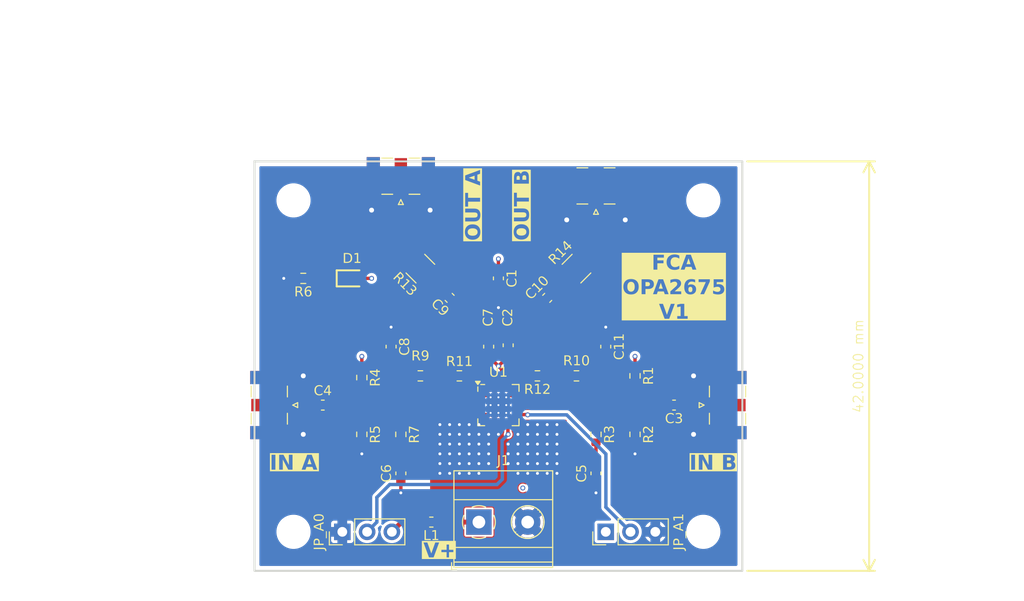
<source format=kicad_pcb>
(kicad_pcb (version 20240108) (generator "pcbnew") (generator_version "8.0")
  (layers (0 "F.Cu" signal) (1 "In1.Cu" signal) (2 "In2.Cu" signal) (31 "B.Cu" signal) (34 "B.Paste" user) (35 "F.Paste" user) (36 "B.SilkS" user "B.Silkscreen") (37 "F.SilkS" user "F.Silkscreen") (38 "B.Mask" user) (39 "F.Mask" user) (44 "Edge.Cuts" user))
  (net 0 "")
  (net 1 "Net-(U1-INA+)")
  (net 2 "GND")
  (net 3 "Net-(J3-In)")
  (net 4 "Net-(U1-OUTA)")
  (net 5 "Net-(U1-OUTB)")
  (net 6 "VCC")
  (net 7 "Net-(C9-Pad2)")
  (net 8 "Net-(C10-Pad2)")
  (net 9 "Net-(U1-INB+)")
  (net 10 "Net-(U1-INA-)")
  (net 11 "Net-(U1-INB-)")
  (net 12 "Net-(J4-In)")
  (net 13 "Net-(JP_A0-C)")
  (net 14 "Net-(C5-Pad2)")
  (net 15 "Net-(C6-Pad2)")
  (net 16 "Net-(J2-In)")
  (net 17 "Net-(J5-In)")
  (net 18 "Net-(JP_A1-C)")
  (net 19 "Net-(J1-Pin_1)")
  (net 20 "Net-(D1-K)")
  (net 21 "Net-(C8-Pad2)")
  (net 22 "Net-(C11-Pad2)")
  (footprint "Capacitor_SMD:C_0603_1608Metric" (layer "F.Cu") (at 130 64 45)
    (property "Reference" "C10" (at 0 -1.43 45) (layer "F.SilkS"))
    (property "Value" "1uF")
    (fp_line (start -0.140581 -0.51) (end 0.140581 -0.51) (stroke (width 0.12)) (layer "F.SilkS"))
    (fp_line (start -0.140581 0.51) (end 0.140581 0.51) (stroke (width 0.12)) (layer "F.SilkS"))
    (pad "1" smd roundrect (at -0.775 0 45) (size 0.9 0.95) (layers "F.Cu" "F.Paste" "F.Mask") (net 5 "Net-(U1-OUTB)"))
    (pad "2" smd roundrect (at 0.775 0 45) (size 0.9 0.95) (layers "F.Cu" "F.Paste" "F.Mask") (net 8 "Net-(C10-Pad2)"))
  )
  (footprint "Resistor_SMD:R_0603_1608Metric" (layer "F.Cu") (at 121 72)
    (property "Reference" "R11" (at 0 -1.43 0) (layer "F.SilkS"))
    (property "Value" "390Ω")
    (fp_line (start -0.237258 -0.5225) (end 0.237258 -0.5225) (stroke (width 0.12)) (layer "F.SilkS"))
    (fp_line (start -0.237258 0.5225) (end 0.237258 0.5225) (stroke (width 0.12)) (layer "F.SilkS"))
    (pad "1" smd roundrect (at -0.825 0) (size 0.8 0.95) (layers "F.Cu" "F.Paste" "F.Mask") (net 10 "Net-(U1-INA-)"))
    (pad "2" smd roundrect (at 0.825 0) (size 0.8 0.95) (layers "F.Cu" "F.Paste" "F.Mask") (net 4 "Net-(U1-OUTA)"))
  )
  (footprint "Capacitor_SMD:C_0603_1608Metric" (layer "F.Cu") (at 120 64 135)
    (property "Reference" "C9" (at 0 -1.43 -45) (layer "F.SilkS"))
    (property "Value" "1uF")
    (fp_line (start -0.140581 -0.51) (end 0.140581 -0.51) (stroke (width 0.12)) (layer "F.SilkS"))
    (fp_line (start -0.140581 0.51) (end 0.140581 0.51) (stroke (width 0.12)) (layer "F.SilkS"))
    (pad "1" smd roundrect (at -0.775 0 135) (size 0.9 0.95) (layers "F.Cu" "F.Paste" "F.Mask") (net 4 "Net-(U1-OUTA)"))
    (pad "2" smd roundrect (at 0.775 0 135) (size 0.9 0.95) (layers "F.Cu" "F.Paste" "F.Mask") (net 7 "Net-(C9-Pad2)"))
  )
  (footprint "Connector_Coaxial:SMA_Samtec_SMA-J-P-X-ST-EM1_EdgeMount" (layer "F.Cu") (at 148.3375 75 90)
    (property "Reference" "J2" (hide yes))
    (property "Value" "IN_B")
    (fp_line (start 0.25 -2.76) (end -0.25 -2.76) (stroke (width 0.12)) (layer "F.SilkS"))
    (fp_line (start -0.25 -2.76) (end 0 -2.26) (stroke (width 0.12)) (layer "F.SilkS"))
    (fp_line (start 0 -2.26) (end 0.25 -2.76) (stroke (width 0.12)) (layer "F.SilkS"))
    (fp_line (start 0.84 -1.71) (end 1.95 -1.71) (stroke (width 0.12)) (layer "F.SilkS"))
    (fp_line (start -1.95 -1.71) (end -0.84 -1.71) (stroke (width 0.12)) (layer "F.SilkS"))
    (fp_line (start 0.84 2) (end 1.95 2) (stroke (width 0.12)) (layer "F.SilkS"))
    (fp_line (start -1.95 2) (end -0.84 2) (stroke (width 0.12)) (layer "F.SilkS"))
    (pad "1" smd rect (at 0 0.199999 90) (size 1.27 3.6) (layers "F.Cu" "F.Paste" "F.Mask") (net 16 "Net-(J2-In)"))
    (pad "2" smd rect (at -2.825 0 90) (size 1.35 4.2) (layers "F.Cu" "F.Paste" "F.Mask") (net 2 "GND"))
    (pad "2" smd rect (at -2.825 0 90) (size 1.35 4.2) (layers "B.Cu" "B.Paste" "B.Mask") (net 2 "GND"))
    (pad "2" smd rect (at 2.825 0 90) (size 1.35 4.2) (layers "F.Cu" "F.Paste" "F.Mask") (net 2 "GND"))
    (pad "2" smd rect (at 2.825 0 90) (size 1.35 4.2) (layers "B.Cu" "B.Paste" "B.Mask") (net 2 "GND"))
  )
  (footprint "MountingHole:MountingHole_3.2mm_M3_ISO7380" (layer "F.Cu") (at 146 88)
    (property "Reference" "H2")
    (property "Value" "MH")
    (pad "" np_thru_hole circle (at 0 0) (size 3.2 3.2) (drill 3.2) (layers "*.Cu" "*.Mask"))
  )
  (footprint "MountingHole:MountingHole_3.2mm_M3_ISO7380" (layer "F.Cu") (at 104 54)
    (property "Reference" "H1")
    (property "Value" "MH")
    (pad "" np_thru_hole circle (at 0 0) (size 3.2 3.2) (drill 3.2) (layers "*.Cu" "*.Mask"))
  )
  (footprint "Resistor_SMD:R_0603_1608Metric" (layer "F.Cu") (at 135 78 -90)
    (property "Reference" "R3" (at 0 -1.43 90) (layer "F.SilkS"))
    (property "Value" "50Ω")
    (fp_line (start -0.237258 0.5225) (end 0.237258 0.5225) (stroke (width 0.12)) (layer "F.SilkS"))
    (fp_line (start -0.237258 -0.5225) (end 0.237258 -0.5225) (stroke (width 0.12)) (layer "F.SilkS"))
    (pad "1" smd roundrect (at -0.825 0 270) (size 0.8 0.95) (layers "F.Cu" "F.Paste" "F.Mask") (net 9 "Net-(U1-INB+)"))
    (pad "2" smd roundrect (at 0.825 0 270) (size 0.8 0.95) (layers "F.Cu" "F.Paste" "F.Mask") (net 14 "Net-(C5-Pad2)"))
  )
  (footprint "Connector_PinHeader_2.54mm:PinHeader_1x03_P2.54mm_Vertical" (layer "F.Cu") (at 136 88 90)
    (property "Reference" "JP_A1" (at 0 7.525 90) (layer "F.SilkS"))
    (property "Value" "A1")
    (fp_line (start -1.33 -1.33) (end 0 -1.33) (stroke (width 0.12)) (layer "F.SilkS"))
    (fp_line (start -1.33 0) (end -1.33 -1.33) (stroke (width 0.12)) (layer "F.SilkS"))
    (fp_line (start 1.33 1.270001) (end 1.33 6.409999) (stroke (width 0.12)) (layer "F.SilkS"))
    (fp_line (start -1.33 1.270001) (end 1.33 1.270001) (stroke (width 0.12)) (layer "F.SilkS"))
    (fp_line (start -1.33 1.270001) (end -1.33 6.409999) (stroke (width 0.12)) (layer "F.SilkS"))
    (fp_line (start -1.33 6.409999) (end 1.33 6.409999) (stroke (width 0.12)) (layer "F.SilkS"))
    (pad "1" thru_hole rect (at 0 0 90) (size 1.7 1.7) (drill 1) (layers "*.Cu" "*.Mask") (net 6 "VCC"))
    (pad "2" thru_hole oval (at 0 2.54 90) (size 1.7 1.7) (drill 1) (layers "*.Cu" "*.Mask") (net 18 "Net-(JP_A1-C)"))
    (pad "3" thru_hole oval (at 0 5.079999 90) (size 1.7 1.7) (drill 1) (layers "*.Cu" "*.Mask") (net 2 "GND"))
  )
  (footprint "Resistor_SMD:R_0603_1608Metric_Pad0.98x0.95mm_HandSolder" (layer "F.Cu") (at 105 62 180)
    (property "Reference" "R6" (at 0 -1.43 180) (layer "F.SilkS"))
    (property "Value" "1k2")
    (fp_line (start -0.254724 0.5225) (end 0.254724 0.5225) (stroke (width 0.12)) (layer "F.SilkS"))
    (fp_line (start -0.254724 -0.5225) (end 0.254724 -0.5225) (stroke (width 0.12)) (layer "F.SilkS"))
    (pad "1" smd roundrect (at -0.9125 0 180) (size 0.975 0.95) (layers "F.Cu" "F.Paste" "F.Mask") (net 20 "Net-(D1-K)"))
    (pad "2" smd roundrect (at 0.9125 0 180) (size 0.975 0.95) (layers "F.Cu" "F.Paste" "F.Mask") (net 2 "GND"))
  )
  (footprint "Resistor_SMD:R_0603_1608Metric" (layer "F.Cu") (at 117 72)
    (property "Reference" "R9" (at 0 -2.000001 0) (layer "F.SilkS"))
    (property "Value" "120Ω")
    (fp_line (start -0.237258 -0.5225) (end 0.237258 -0.5225) (stroke (width 0.12)) (layer "F.SilkS"))
    (fp_line (start -0.237258 0.5225) (end 0.237258 0.5225) (stroke (width 0.12)) (layer "F.SilkS"))
    (pad "1" smd roundrect (at -0.825 0) (size 0.8 0.95) (layers "F.Cu" "F.Paste" "F.Mask") (net 21 "Net-(C8-Pad2)"))
    (pad "2" smd roundrect (at 0.825 0) (size 0.8 0.95) (layers "F.Cu" "F.Paste" "F.Mask") (net 10 "Net-(U1-INA-)"))
  )
  (footprint "Capacitor_SMD:C_0603_1608Metric_Pad1.08x0.95mm_HandSolder" (layer "F.Cu") (at 126 68.862501 90)
    (property "Reference" "C2" (at 2.862501 0 -90) (layer "F.SilkS"))
    (property "Value" "1uF")
    (fp_line (start -0.146267 -0.51) (end 0.146267 -0.51) (stroke (width 0.12)) (layer "F.SilkS"))
    (fp_line (start -0.146267 0.51) (end 0.146267 0.51) (stroke (width 0.12)) (layer "F.SilkS"))
    (pad "1" smd roundrect (at -0.862501 0 90) (size 1.075 0.95) (layers "F.Cu" "F.Paste" "F.Mask") (net 6 "VCC"))
    (pad "2" smd roundrect (at 0.862501 0 90) (size 1.075 0.95) (layers "F.Cu" "F.Paste" "F.Mask") (net 2 "GND"))
  )
  (footprint "Capacitor_SMD:C_0603_1608Metric" (layer "F.Cu") (at 136 69 -90)
    (property "Reference" "C11" (at 0 -1.43 90) (layer "F.SilkS"))
    (property "Value" "1uF")
    (fp_line (start -0.140581 0.51) (end 0.140581 0.51) (stroke (width 0.12)) (layer "F.SilkS"))
    (fp_line (start -0.140581 -0.51) (end 0.140581 -0.51) (stroke (width 0.12)) (layer "F.SilkS"))
    (pad "1" smd roundrect (at -0.775 0 270) (size 0.9 0.95) (layers "F.Cu" "F.Paste" "F.Mask") (net 2 "GND"))
    (pad "2" smd roundrect (at 0.775 0 270) (size 0.9 0.95) (layers "F.Cu" "F.Paste" "F.Mask") (net 22 "Net-(C11-Pad2)"))
  )
  (footprint "Resistor_SMD:R_0603_1608Metric" (layer "F.Cu") (at 115 78 -90)
    (property "Reference" "R7" (at 0 -1.43 90) (layer "F.SilkS"))
    (property "Value" "50Ω")
    (fp_line (start -0.237258 0.5225) (end 0.237258 0.5225) (stroke (width 0.12)) (layer "F.SilkS"))
    (fp_line (start -0.237258 -0.5225) (end 0.237258 -0.5225) (stroke (width 0.12)) (layer "F.SilkS"))
    (pad "1" smd roundrect (at -0.825 0 270) (size 0.8 0.95) (layers "F.Cu" "F.Paste" "F.Mask") (net 1 "Net-(U1-INA+)"))
    (pad "2" smd roundrect (at 0.825 0 270) (size 0.8 0.95) (layers "F.Cu" "F.Paste" "F.Mask") (net 15 "Net-(C6-Pad2)"))
  )
  (footprint "Package_DFN_QFN:Texas_RGV0016A_VQFN-16-1EP_4x4mm_P0.65mm_EP2.1x2.1mm_ThermalVias" (layer "F.Cu") (at 125 75)
    (property "Reference" "U1" (at 0 -3.330001 0) (layer "F.SilkS"))
    (property "Value" "OPA2675")
    (fp_line (start -2.11 -1.41) (end -2.11 -1.87) (stroke (width 0.12)) (layer "F.SilkS"))
    (fp_line (start -2.11 2.11) (end -2.11 1.41) (stroke (width 0.12)) (layer "F.SilkS"))
    (fp_line (start -1.41 -2.11) (end -1.81 -2.11) (stroke (width 0.12)) (layer "F.SilkS"))
    (fp_line (start -1.41 2.11) (end -2.11 2.11) (stroke (width 0.12)) (layer "F.SilkS"))
    (fp_line (start 1.41 -2.11) (end 2.11 -2.11) (stroke (width 0.12)) (layer "F.SilkS"))
    (fp_line (start 1.41 2.11) (end 2.11 2.11) (stroke (width 0.12)) (layer "F.SilkS"))
    (fp_line (start 2.11 -2.11) (end 2.11 -1.41) (stroke (width 0.12)) (layer "F.SilkS"))
    (fp_line (start 2.11 2.11) (end 2.11 1.41) (stroke (width 0.12)) (layer "F.SilkS"))
    (fp_poly (pts (xy -2.11 -2.11) (xy -2.349999 -2.44) (xy -1.87 -2.44) (xy -2.11 -2.11)) (stroke (width 0.12)) (fill solid) (layer "F.SilkS"))
    (pad "1" smd roundrect (at -1.862499 -0.975) (size 1.025 0.35) (layers "F.Cu" "F.Paste" "F.Mask") (net 2 "GND"))
    (pad "2" smd roundrect (at -1.8625 -0.325) (size 1.025 0.35) (layers "F.Cu" "F.Paste" "F.Mask") (net 10 "Net-(U1-INA-)"))
    (pad "3" smd roundrect (at -1.8625 0.325) (size 1.025 0.35) (layers "F.Cu" "F.Paste" "F.Mask") (net 1 "Net-(U1-INA+)"))
    (pad "4" smd roundrect (at -1.862499 0.975) (size 1.025 0.35) (layers "F.Cu" "F.Paste" "F.Mask") (net 2 "GND"))
    (pad "5" smd roundrect (at -0.975 1.862499) (size 0.35 1.025) (layers "F.Cu" "F.Paste" "F.Mask") (net 2 "GND"))
    (pad "6" smd roundrect (at -0.325 1.8625) (size 0.35 1.025) (layers "F.Cu" "F.Paste" "F.Mask") (net 2 "GND"))
    (pad "7" smd roundrect (at 0.325 1.8625) (size 0.35 1.025) (layers "F.Cu" "F.Paste" "F.Mask") (net 2 "GND"))
    (pad "8" smd roundrect (at 0.975 1.862499) (size 0.35 1.025) (layers "F.Cu" "F.Paste" "F.Mask") (net 13 "Net-(JP_A0-C)"))
    (pad "9" smd roundrect (at 1.862499 0.975) (size 1.025 0.35) (layers "F.Cu" "F.Paste" "F.Mask") (net 18 "Net-(JP_A1-C)"))
    (pad "10" smd roundrect (at 1.8625 0.325) (size 1.025 0.35) (layers "F.Cu" "F.Paste" "F.Mask") (net 9 "Net-(U1-INB+)"))
    (pad "11" smd roundrect (at 1.8625 -0.325) (size 1.025 0.35) (layers "F.Cu" "F.Paste" "F.Mask") (net 11 "Net-(U1-INB-)"))
    (pad "12" smd roundrect (at 1.862499 -0.975) (size 1.025 0.35) (layers "F.Cu" "F.Paste" "F.Mask") (net 2 "GND"))
    (pad "13" smd roundrect (at 0.975 -1.862499) (size 0.35 1.025) (layers "F.Cu" "F.Paste" "F.Mask") (net 5 "Net-(U1-OUTB)"))
    (pad "14" smd roundrect (at 0.325 -1.8625) (size 0.35 1.025) (layers "F.Cu" "F.Paste" "F.Mask") (net 6 "VCC"))
    (pad "15" smd roundrect (at -0.325 -1.8625) (size 0.35 1.025) (layers "F.Cu" "F.Paste" "F.Mask") (net 2 "GND"))
    (pad "16" smd roundrect (at -0.975 -1.862499) (size 0.35 1.025) (layers "F.Cu" "F.Paste" "F.Mask") (net 4 "Net-(U1-OUTA)"))
    (pad "17" thru_hole circle (at -0.8 -0.8) (size 0.5 0.5) (drill 0.2) (property pad_prop_heatsink) (layers "*.Cu") (net 2 "GND"))
    (pad "17" thru_hole circle (at -0.8 0.8) (size 0.5 0.5) (drill 0.2) (property pad_prop_heatsink) (layers "*.Cu") (net 2 "GND"))
    (pad "17" thru_hole circle (at -0.799999 0) (size 0.5 0.5) (drill 0.2) (property pad_prop_heatsink) (layers "*.Cu") (net 2 "GND"))
    (pad "17" thru_hole circle (at 0 -0.799999) (size 0.5 0.5) (drill 0.2) (property pad_prop_heatsink) (layers "*.Cu") (net 2 "GND"))
    (pad "17" thru_hole circle (at 0 0) (size 0.5 0.5) (drill 0.2) (property pad_prop_heatsink) (layers "*.Cu") (net 2 "GND"))
    (pad "17" smd rect (at 0 0) (size 2.1 2.1) (property pad_prop_heatsink) (layers "F.Cu" "F.Mask") (net 2 "GND"))
    (pad "17" smd rect (at 0 0) (size 2.1 2.1) (property pad_prop_heatsink) (layers "B.Cu") (net 2 "GND"))
    (pad "17" thru_hole circle (at 0 0.799999) (size 0.5 0.5) (drill 0.2) (property pad_prop_heatsink) (layers "*.Cu") (net 2 "GND"))
    (pad "17" thru_hole circle (at 0.799999 0) (size 0.5 0.5) (drill 0.2) (property pad_prop_heatsink) (layers "*.Cu") (net 2 "GND"))
    (pad "17" thru_hole circle (at 0.8 -0.8) (size 0.5 0.5) (drill 0.2) (property pad_prop_heatsink) (layers "*.Cu") (net 2 "GND"))
    (pad "17" thru_hole circle (at 0.8 0.8) (size 0.5 0.5) (drill 0.2) (property pad_prop_heatsink) (layers "*.Cu") (net 2 "GND"))
  )
  (footprint "Connector_PinHeader_2.54mm:PinHeader_1x03_P2.54mm_Vertical" (layer "F.Cu") (at 109 88 90)
    (property "Reference" "JP_A0" (at 0 -2.33 -90) (layer "F.SilkS"))
    (property "Value" "A0")
    (fp_line (start -1.33 -1.33) (end 0 -1.33) (stroke (width 0.12)) (layer "F.SilkS"))
    (fp_line (start -1.33 0) (end -1.33 -1.33) (stroke (width 0.12)) (layer "F.SilkS"))
    (fp_line (start 1.33 1.270001) (end 1.33 6.409999) (stroke (width 0.12)) (layer "F.SilkS"))
    (fp_line (start -1.33 1.270001) (end 1.33 1.270001) (stroke (width 0.12)) (layer "F.SilkS"))
    (fp_line (start -1.33 1.270001) (end -1.33 6.409999) (stroke (width 0.12)) (layer "F.SilkS"))
    (fp_line (start -1.33 6.409999) (end 1.33 6.409999) (stroke (width 0.12)) (layer "F.SilkS"))
    (pad "1" thru_hole rect (at 0 0 90) (size 1.7 1.7) (drill 1) (layers "*.Cu" "*.Mask") (net 2 "GND"))
    (pad "2" thru_hole oval (at 0 2.54 90) (size 1.7 1.7) (drill 1) (layers "*.Cu" "*.Mask") (net 13 "Net-(JP_A0-C)"))
    (pad "3" thru_hole oval (at 0 5.079999 90) (size 1.7 1.7) (drill 1) (layers "*.Cu" "*.Mask") (net 6 "VCC"))
  )
  (footprint "MountingHole:MountingHole_3.2mm_M3_ISO7380" (layer "F.Cu") (at 104 88)
    (property "Reference" "H4")
    (property "Value" "MH")
    (pad "" np_thru_hole circle (at 0 0) (size 3.2 3.2) (drill 3.2) (layers "*.Cu" "*.Mask"))
  )
  (footprint "Inductor_SMD:L_0603_1608Metric_Pad1.05x0.95mm_HandSolder" (layer "F.Cu") (at 118.125001 87 180)
    (property "Reference" "L1" (at 0 -1.43 180) (layer "F.SilkS"))
    (property "Value" "BLM18BA100SN1D")
    (fp_line (start -0.171268 0.51) (end 0.171268 0.51) (stroke (width 0.12)) (layer "F.SilkS"))
    (fp_line (start -0.171268 -0.51) (end 0.171268 -0.51) (stroke (width 0.12)) (layer "F.SilkS"))
    (pad "1" smd roundrect (at -0.874999 0 180) (size 1.05 0.95) (layers "F.Cu" "F.Paste" "F.Mask") (net 19 "Net-(J1-Pin_1)"))
    (pad "2" smd roundrect (at 0.874999 0 180) (size 1.05 0.95) (layers "F.Cu" "F.Paste" "F.Mask") (net 6 "VCC"))
  )
  (footprint "Connector_Coaxial:SMA_Samtec_SMA-J-P-X-ST-EM1_EdgeMount" (layer "F.Cu") (at 115 51.6625 180)
    (property "Reference" "J5" (hide yes))
    (property "Value" "OUT_A")
    (fp_line (start 0.84 2) (end 1.95 2) (stroke (width 0.12)) (layer "F.SilkS"))
    (fp_line (start 0.84 -1.71) (end 1.95 -1.71) (stroke (width 0.12)) (layer "F.SilkS"))
    (fp_line (start 0.25 -2.76) (end -0.25 -2.76) (stroke (width 0.12)) (layer "F.SilkS"))
    (fp_line (start 0 -2.26) (end 0.25 -2.76) (stroke (width 0.12)) (layer "F.SilkS"))
    (fp_line (start -0.25 -2.76) (end 0 -2.26) (stroke (width 0.12)) (layer "F.SilkS"))
    (fp_line (start -1.95 2) (end -0.84 2) (stroke (width 0.12)) (layer "F.SilkS"))
    (fp_line (start -1.95 -1.71) (end -0.84 -1.71) (stroke (width 0.12)) (layer "F.SilkS"))
    (pad "1" smd rect (at 0 0.199999 180) (size 1.27 3.6) (layers "F.Cu" "F.Paste" "F.Mask") (net 17 "Net-(J5-In)"))
    (pad "2" smd rect (at -2.825 0 180) (size 1.35 4.2) (layers "F.Cu" "F.Paste" "F.Mask") (net 2 "GND"))
    (pad "2" smd rect (at -2.825 0 180) (size 1.35 4.2) (layers "B.Cu" "B.Paste" "B.Mask") (net 2 "GND"))
    (pad "2" smd rect (at 2.825 0 180) (size 1.35 4.2) (layers "F.Cu" "F.Paste" "F.Mask") (net 2 "GND"))
    (pad "2" smd rect (at 2.825 0 180) (size 1.35 4.2) (layers "B.Cu" "B.Paste" "B.Mask") (net 2 "GND"))
  )
  (footprint "MountingHole:MountingHole_3.2mm_M3_ISO7380" (layer "F.Cu") (at 146 54)
    (property "Reference" "H3")
    (property "Value" "MH")
    (pad "" np_thru_hole circle (at 0 0) (size 3.2 3.2) (drill 3.2) (layers "*.Cu" "*.Mask"))
  )
  (footprint "Connector_Coaxial:SMA_Samtec_SMA-J-P-X-ST-EM1_EdgeMount" (layer "F.Cu") (at 101.6625 75 -90)
    (property "Reference" "J3" (hide yes))
    (property "Value" "IN_A")
    (fp_line (start -1.95 2) (end -0.84 2) (stroke (width 0.12)) (layer "F.SilkS"))
    (fp_line (start 0.84 2) (end 1.95 2) (stroke (width 0.12)) (layer "F.SilkS"))
    (fp_line (start -1.95 -1.71) (end -0.84 -1.71) (stroke (width 0.12)) (layer "F.SilkS"))
    (fp_line (start 0.84 -1.71) (end 1.95 -1.71) (stroke (width 0.12)) (layer "F.SilkS"))
    (fp_line (start 0 -2.26) (end 0.25 -2.76) (stroke (width 0.12)) (layer "F.SilkS"))
    (fp_line (start -0.25 -2.76) (end 0 -2.26) (stroke (width 0.12)) (layer "F.SilkS"))
    (fp_line (start 0.25 -2.76) (end -0.25 -2.76) (stroke (width 0.12)) (layer "F.SilkS"))
    (pad "1" smd rect (at 0 0.199999 270) (size 1.27 3.6) (layers "F.Cu" "F.Paste" "F.Mask") (net 3 "Net-(J3-In)"))
    (pad "2" smd rect (at -2.825 0 270) (size 1.35 4.2) (layers "F.Cu" "F.Paste" "F.Mask") (net 2 "GND"))
    (pad "2" smd rect (at -2.825 0 270) (size 1.35 4.2) (layers "B.Cu" "B.Paste" "B.Mask") (net 2 "GND"))
    (pad "2" smd rect (at 2.825 0 270) (size 1.35 4.2) (layers "F.Cu" "F.Paste" "F.Mask") (net 2 "GND"))
    (pad "2" smd rect (at 2.825 0 270) (size 1.35 4.2) (layers "B.Cu" "B.Paste" "B.Mask") (net 2 "GND"))
  )
  (footprint "TerminalBlock_Phoenix:TerminalBlock_Phoenix_MKDS-1,5-2_1x02_P5.00mm_Horizontal" (layer "F.Cu") (at 123 87)
    (property "Reference" "J1" (at 2.5 -6.26 0) (layer "F.SilkS"))
    (property "Value" "V")
    (fp_line (start -2.8 4.16) (end -2.8 4.9) (stroke (width 0.12)) (layer "F.SilkS"))
    (fp_line (start -2.8 4.9) (end -2.3 4.9) (stroke (width 0.12)) (layer "F.SilkS"))
    (fp_line (start -2.56 -5.261) (end -2.56 4.66) (stroke (width 0.12)) (layer "F.SilkS"))
    (fp_line (start -2.56 -5.261) (end 7.56 -5.261) (stroke (width 0.12)) (layer "F.SilkS"))
    (fp_line (start -2.56 -2.301) (end 7.56 -2.301) (stroke (width 0.12)) (layer "F.SilkS"))
    (fp_line (start -2.56 2.6) (end 7.56 2.6) (stroke (width 0.12)) (layer "F.SilkS"))
    (fp_line (start -2.56 4.1) (end 7.56 4.1) (stroke (width 0.12)) (layer "F.SilkS"))
    (fp_line (start -2.56 4.66) (end 7.56 4.66) (stroke (width 0.12)) (layer "F.SilkS"))
    (fp_line (start 3.773 1.023) (end 3.726 1.069) (stroke (width 0.12)) (layer "F.SilkS"))
    (fp_line (start 3.966 1.239) (end 3.931 1.274) (stroke (width 0.12)) (layer "F.SilkS"))
    (fp_line (start 6.07 -1.275) (end 6.035 -1.239) (stroke (width 0.12)) (layer "F.SilkS"))
    (fp_line (start 6.275 -1.069) (end 6.228 -1.023) (stroke (width 0.12)) (layer "F.SilkS"))
    (fp_line (start 7.56 -5.261) (end 7.56 4.66) (stroke (width 0.12)) (layer "F.SilkS"))
    (fp_arc (start -1.535427 0.683042) (mid -1.680501 -0.000524) (end -1.535 -0.684) (stroke (width 0.12)) (layer "F.SilkS"))
    (fp_arc (start -0.683042 -1.535427) (mid 0.000524 -1.680501) (end 0.684 -1.535) (stroke (width 0.12)) (layer "F.SilkS"))
    (fp_arc (start 0.028805 1.680253) (mid -0.335551 1.646659) (end -0.684 1.535) (stroke (width 0.12)) (layer "F.SilkS"))
    (fp_arc (start 0.683318 1.534756) (mid 0.349292 1.643288) (end 0 1.68) (stroke (width 0.12)) (layer "F.SilkS"))
    (fp_arc (start 1.535427 -0.683042) (mid 1.680501 0.000524) (end 1.535 0.684) (stroke (width 0.12)) (layer "F.SilkS"))
    (fp_circle (center 5 0) (end 6.68 0) (stroke (width 0.12)) (fill none) (layer "F.SilkS"))
    (pad "1" thru_hole rect (at 0 0) (size 2.6 2.6) (drill 1.3) (layers "*.Cu" "*.Mask") (net 19 "Net-(J1-Pin_1)"))
    (pad "2" thru_hole circle (at 5 0) (size 2.6 2.6) (drill 1.3) (layers "*.Cu" "*.Mask") (net 2 "GND"))
  )
  (footprint "Resistor_SMD:R_0603_1608Metric" (layer "F.Cu") (at 129 72 180)
    (property "Reference" "R12" (at 0 -1.43 180) (layer "F.SilkS"))
    (property "Value" "390Ω")
    (fp_line (start -0.237258 0.5225) (end 0.237258 0.5225) (stroke (width 0.12)) (layer "F.SilkS"))
    (fp_line (start -0.237258 -0.5225) (end 0.237258 -0.5225) (stroke (width 0.12)) (layer "F.SilkS"))
    (pad "1" smd roundrect (at -0.825 0 180) (size 0.8 0.95) (layers "F.Cu" "F.Paste" "F.Mask") (net 11 "Net-(U1-INB-)"))
    (pad "2" smd roundrect (at 0.825 0 180) (size 0.8 0.95) (layers "F.Cu" "F.Paste" "F.Mask") (net 5 "Net-(U1-OUTB)"))
  )
  (footprint "LumiCom_Transmitter:LEDC1608X80N" (layer "F.Cu") (at 110 62)
    (property "Reference" "D1" (at 0 -2.000001 0) (layer "F.SilkS") (effects (font (thickness 0.254))))
    (property "Value" "150060VS75000 " (hide yes))
    (fp_line (start -1.575 -0.825) (end -1.575 0.825) (stroke (width 0.2)) (layer "F.SilkS"))
    (fp_line (start -1.575 0.825) (end 0.75 0.825) (stroke (width 0.2)) (layer "F.SilkS"))
    (fp_line (start 0.75 -0.825) (end -1.575 -0.825) (stroke (width 0.2)) (layer "F.SilkS"))
    (pad "1" smd rect (at -0.75 0 90) (size 0.95 0.95) (layers "F.Cu" "F.Paste" "F.Mask") (net 20 "Net-(D1-K)"))
    (pad "2" smd rect (at 0.75 0 90) (size 0.95 0.95) (layers "F.Cu" "F.Paste" "F.Mask") (net 6 "VCC"))
  )
  (footprint "Capacitor_SMD:C_0603_1608Metric_Pad1.08x0.95mm_HandSolder" (layer "F.Cu") (at 124 69 90)
    (property "Reference" "C7" (at 3 0 -90) (layer "F.SilkS"))
    (property "Value" "100nF")
    (fp_line (start -0.146267 -0.51) (end 0.146267 -0.51) (stroke (width 0.12)) (layer "F.SilkS"))
    (fp_line (start -0.146267 0.51) (end 0.146267 0.51) (stroke (width 0.12)) (layer "F.SilkS"))
    (pad "1" smd roundrect (at -0.862501 0 90) (size 1.075 0.95) (layers "F.Cu" "F.Paste" "F.Mask") (net 6 "VCC"))
    (pad "2" smd roundrect (at 0.862501 0 90) (size 1.075 0.95) (layers "F.Cu" "F.Paste" "F.Mask") (net 2 "GND"))
  )
  (footprint "Capacitor_SMD:C_0603_1608Metric" (layer "F.Cu") (at 107 75)
    (property "Reference" "C4" (at 0 -1.43 0) (layer "F.SilkS"))
    (property "Value" "1uF")
    (fp_line (start -0.14058 -0.51) (end 0.14058 -0.51) (stroke (width 0.12)) (layer "F.SilkS"))
    (fp_line (start -0.14058 0.51) (end 0.14058 0.51) (stroke (width 0.12)) (layer "F.SilkS"))
    (pad "1" smd roundrect (at -0.775 0) (size 0.9 0.95) (layers "F.Cu" "F.Paste" "F.Mask") (net 3 "Net-(J3-In)"))
    (pad "2" smd roundrect (at 0.775 0) (size 0.9 0.95) (layers "F.Cu" "F.Paste" "F.Mask") (net 1 "Net-(U1-INA+)"))
  )
  (footprint "Capacitor_SMD:C_0603_1608Metric" (layer "F.Cu") (at 115 82 90)
    (property "Reference" "C6" (at 0 -1.43 -90) (layer "F.SilkS"))
    (property "Value" "1uF")
    (fp_line (start -0.140581 -0.51) (end 0.140581 -0.51) (stroke (width 0.12)) (layer "F.SilkS"))
    (fp_line (start -0.140581 0.51) (end 0.140581 0.51) (stroke (width 0.12)) (layer "F.SilkS"))
    (pad "1" smd roundrect (at -0.775 0 90) (size 0.9 0.95) (layers "F.Cu" "F.Paste" "F.Mask") (net 2 "GND"))
    (pad "2" smd roundrect (at 0.775 0 90) (size 0.9 0.95) (layers "F.Cu" "F.Paste" "F.Mask") (net 15 "Net-(C6-Pad2)"))
  )
  (footprint "Capacitor_SMD:C_0603_1608Metric" (layer "F.Cu") (at 143 75 180)
    (property "Reference" "C3" (at 0 -1.43 180) (layer "F.SilkS"))
    (property "Value" "1uF")
    (fp_line (start -0.140581 0.51) (end 0.140581 0.51) (stroke (width 0.12)) (layer "F.SilkS"))
    (fp_line (start -0.140581 -0.51) (end 0.140581 -0.51) (stroke (width 0.12)) (layer "F.SilkS"))
    (pad "1" smd roundrect (at -0.775 0 180) (size 0.9 0.95) (layers "F.Cu" "F.Paste" "F.Mask") (net 16 "Net-(J2-In)"))
    (pad "2" smd roundrect (at 0.775 0 180) (size 0.9 0.95) (layers "F.Cu" "F.Paste" "F.Mask") (net 9 "Net-(U1-INB+)"))
  )
  (footprint "Capacitor_SMD:C_0603_1608Metric" (layer "F.Cu") (at 114 69 -90)
    (property "Reference" "C8" (at 0 -1.43 90) (layer "F.SilkS"))
    (property "Value" "1uF")
    (fp_line (start -0.140581 0.51) (end 0.140581 0.51) (stroke (width 0.12)) (layer "F.SilkS"))
    (fp_line (start -0.140581 -0.51) (end 0.140581 -0.51) (stroke (width 0.12)) (layer "F.SilkS"))
    (pad "1" smd roundrect (at -0.775 0 270) (size 0.9 0.95) (layers "F.Cu" "F.Paste" "F.Mask") (net 2 "GND"))
    (pad "2" smd roundrect (at 0.775 0 270) (size 0.9 0.95) (layers "F.Cu" "F.Paste" "F.Mask") (net 21 "Net-(C8-Pad2)"))
  )
  (footprint "Resistor_SMD:R_0603_1608Metric" (layer "F.Cu") (at 111 78 -90)
    (property "Reference" "R5" (at 0 -1.43 90) (layer "F.SilkS"))
    (property "Value" "1kΩ")
    (fp_line (start -0.237258 0.5225) (end 0.237258 0.5225) (stroke (width 0.12)) (layer "F.SilkS"))
    (fp_line (start -0.237258 -0.5225) (end 0.237258 -0.5225) (stroke (width 0.12)) (layer "F.SilkS"))
    (pad "1" smd roundrect (at -0.825 0 270) (size 0.8 0.95) (layers "F.Cu" "F.Paste" "F.Mask") (net 1 "Net-(U1-INA+)"))
    (pad "2" smd roundrect (at 0.825 0 270) (size 0.8 0.95) (layers "F.Cu" "F.Paste" "F.Mask") (net 2 "GND"))
  )
  (footprint "Resistor_SMD:R_1210_3225Metric_Pad1.30x2.65mm_HandSolder" (layer "F.Cu") (at 133 61 45)
    (property "Reference" "R14" (at 0 -2.279999 45) (layer "F.SilkS"))
    (property "Value" "4.3Ω")
    (fp_line (start -0.723737 -1.355) (end 0.723737 -1.355) (stroke (width 0.12)) (layer "F.SilkS"))
    (fp_line (start -0.723737 1.355) (end 0.723737 1.355) (stroke (width 0.12)) (layer "F.SilkS"))
    (pad "1" smd roundrect (at -1.550001 0 45) (size 1.3 2.65) (layers "F.Cu" "F.Paste" "F.Mask") (roundrect_rratio 0.192308) (net 8 "Net-(C10-Pad2)"))
    (pad "2" smd roundrect (at 1.550001 0 45) (size 1.3 2.65) (layers "F.Cu" "F.Paste" "F.Mask") (roundrect_rratio 0.192308) (net 12 "Net-(J4-In)"))
  )
  (footprint "Capacitor_SMD:C_0603_1608Metric" (layer "F.Cu") (at 135 82 90)
    (property "Reference" "C5" (at 0 -1.43 -90) (layer "F.SilkS"))
    (property "Value" "1uF")
    (fp_line (start -0.140581 -0.51) (end 0.140581 -0.51) (stroke (width 0.12)) (layer "F.SilkS"))
    (fp_line (start -0.140581 0.51) (end 0.140581 0.51) (stroke (width 0.12)) (layer "F.SilkS"))
    (pad "1" smd roundrect (at -0.775 0 90) (size 0.9 0.95) (layers "F.Cu" "F.Paste" "F.Mask") (net 2 "GND"))
    (pad "2" smd roundrect (at 0.775 0 90) (size 0.9 0.95) (layers "F.Cu" "F.Paste" "F.Mask") (net 14 "Net-(C5-Pad2)"))
  )
  (footprint "Resistor_SMD:R_0603_1608Metric" (layer "F.Cu") (at 139 72 -90)
    (property "Reference" "R1" (at 0 -1.43 90) (layer "F.SilkS"))
    (property "Value" "5kΩ")
    (fp_line (start -0.237258 0.5225) (end 0.237258 0.5225) (stroke (width 0.12)) (layer "F.SilkS"))
    (fp_line (start -0.237258 -0.5225) (end 0.237258 -0.5225) (stroke (width 0.12)) (layer "F.SilkS"))
    (pad "1" smd roundrect (at -0.825 0 270) (size 0.8 0.95) (layers "F.Cu" "F.Paste" "F.Mask") (net 6 "VCC"))
    (pad "2" smd roundrect (at 0.825 0 270) (size 0.8 0.95) (layers "F.Cu" "F.Paste" "F.Mask") (net 9 "Net-(U1-INB+)"))
  )
  (footprint "Resistor_SMD:R_0603_1608Metric" (layer "F.Cu") (at 139 78 -90)
    (property "Reference" "R2" (at 0 -1.43 90) (layer "F.SilkS"))
    (property "Value" "5kΩ")
    (fp_line (start -0.237258 0.5225) (end 0.237258 0.5225) (stroke (width 0.12)) (layer "F.SilkS"))
    (fp_line (start -0.237258 -0.5225) (end 0.237258 -0.5225) (stroke (width 0.12)) (layer "F.SilkS"))
    (pad "1" smd roundrect (at -0.825 0 270) (size 0.8 0.95) (layers "F.Cu" "F.Paste" "F.Mask") (net 9 "Net-(U1-INB+)"))
    (pad "2" smd roundrect (at 0.825 0 270) (size 0.8 0.95) (layers "F.Cu" "F.Paste" "F.Mask") (net 2 "GND"))
  )
  (footprint "Capacitor_SMD:C_0603_1608Metric_Pad1.08x0.95mm_HandSolder" (layer "F.Cu") (at 125 62 -90)
    (property "Reference" "C1" (at 0 -1.43 90) (layer "F.SilkS"))
    (property "Value" "10uF")
    (fp_line (start -0.146267 0.51) (end 0.146267 0.51) (stroke (width 0.12)) (layer "F.SilkS"))
    (fp_line (start -0.146267 -0.51) (end 0.146267 -0.51) (stroke (width 0.12)) (layer "F.SilkS"))
    (pad "1" smd roundrect (at -0.862501 0 270) (size 1.075 0.95) (layers "F.Cu" "F.Paste" "F.Mask") (net 6 "VCC"))
    (pad "2" smd roundrect (at 0.862501 0 270) (size 1.075 0.95) (layers "F.Cu" "F.Paste" "F.Mask") (net 2 "GND"))
  )
  (footprint "Resistor_SMD:R_0603_1608Metric" (layer "F.Cu") (at 133 72 180)
    (property "Reference" "R10" (at 0 1.5 180) (layer "F.SilkS"))
    (property "Value" "120Ω")
    (fp_line (start -0.237258 0.5225) (end 0.237258 0.5225) (stroke (width 0.12)) (layer "F.SilkS"))
    (fp_line (start -0.237258 -0.5225) (end 0.237258 -0.5225) (stroke (width 0.12)) (layer "F.SilkS"))
    (pad "1" smd roundrect (at -0.825 0 180) (size 0.8 0.95) (layers "F.Cu" "F.Paste" "F.Mask") (net 22 "Net-(C11-Pad2)"))
    (pad "2" smd roundrect (at 0.825 0 180) (size 0.8 0.95) (layers "F.Cu" "F.Paste" "F.Mask") (net 11 "Net-(U1-INB-)"))
  )
  (footprint "Resistor_SMD:R_0603_1608Metric" (layer "F.Cu") (at 111 72.175 -90)
    (property "Reference" "R4" (at 0 -1.43 -90) (layer "F.SilkS"))
    (property "Value" "1kΩ")
    (fp_line (start -0.237258 0.5225) (end 0.237258 0.5225) (stroke (width 0.12)) (layer "F.SilkS"))
    (fp_line (start -0.237258 -0.5225) (end 0.237258 -0.5225) (stroke (width 0.12)) (layer "F.SilkS"))
    (pad "1" smd roundrect (at -0.825 0 270) (size 0.8 0.95) (layers "F.Cu" "F.Paste" "F.Mask") (net 6 "VCC"))
    (pad "2" smd roundrect (at 0.825 0 270) (size 0.8 0.95) (layers "F.Cu" "F.Paste" "F.Mask") (net 1 "Net-(U1-INA+)"))
  )
  (footprint "Resistor_SMD:R_1210_3225Metric_Pad1.30x2.65mm_HandSolder" (layer "F.Cu") (at 117 61 135)
    (property "Reference" "R13" (at 0 -2.279999 -45) (layer "F.SilkS"))
    (property "Value" "4.3Ω")
    (fp_line (start -0.723737 -1.355) (end 0.723737 -1.355) (stroke (width 0.12)) (layer "F.SilkS"))
    (fp_line (start -0.723737 1.355) (end 0.723737 1.355) (stroke (width 0.12)) (layer "F.SilkS"))
    (pad "1" smd roundrect (at -1.550001 0 135) (size 1.3 2.65) (layers "F.Cu" "F.Paste" "F.Mask") (roundrect_rratio 0.192308) (net 7 "Net-(C9-Pad2)"))
    (pad "2" smd roundrect (at 1.550001 0 135) (size 1.3 2.65) (layers "F.Cu" "F.Paste" "F.Mask") (roundrect_rratio 0.192308) (net 17 "Net-(J5-In)"))
  )
  (footprint "Connector_Coaxial:SMA_Samtec_SMA-J-P-X-ST-EM1_EdgeMount" (layer "F.Cu") (at 135 52.6625 180)
    (property "Reference" "J4" (hide yes))
    (property "Value" "OUT_B")
    (fp_line (start 0.84 2) (end 1.95 2) (stroke (width 0.12)) (layer "F.SilkS"))
    (fp_line (start 0.84 -1.71) (end 1.95 -1.71) (stroke (width 0.12)) (layer "F.SilkS"))
    (fp_line (start 0.25 -2.76) (end -0.25 -2.76) (stroke (width 0.12)) (layer "F.SilkS"))
    (fp_line (start 0 -2.26) (end 0.25 -2.76) (stroke (width 0.12)) (layer "F.SilkS"))
    (fp_line (start -0.25 -2.76) (end 0 -2.26) (stroke (width 0.12)) (layer "F.SilkS"))
    (fp_line (start -1.95 2) (end -0.84 2) (stroke (width 0.12)) (layer "F.SilkS"))
    (fp_line (start -1.95 -1.71) (end -0.84 -1.71) (stroke (width 0.12)) (layer "F.SilkS"))
    (pad "1" smd rect (at 0 0.199999 180) (size 1.27 3.6) (layers "F.Cu" "F.Paste" "F.Mask") (net 12 "Net-(J4-In)"))
    (pad "2" smd rect (at -2.825 0 180) (size 1.35 4.2) (layers "F.Cu" "F.Paste" "F.Mask") (net 2 "GND"))
    (pad "2" smd rect (at -2.825 0 180) (size 1.35 4.2) (layers "B.Cu" "B.Paste" "B.Mask") (net 2 "GND"))
    (pad "2" smd rect (at 2.825 0 180) (size 1.35 4.2) (layers "F.Cu" "F.Paste" "F.Mask") (net 2 "GND"))
    (pad "2" smd rect (at 2.825 0 180) (size 1.35 4.2) (layers "B.Cu" "B.Paste" "B.Mask") (net 2 "GND"))
  )
  (gr_rect (start 100 50) (end 150 92) (stroke (width 0.2)) (fill none) (layer "Edge.Cuts"))
  (gr_text "OUT A\n" (at 122.5 54.5 90) (layer "F.SilkS" knockout) (effects (font (size 1.5 1.5) (thickness 0.3) (bold yes) (italic yes))))
  (gr_text "FCA\nOPA2675\nV1" (at 143 63 0) (layer "F.SilkS" knockout) (effects (font (size 1.5 1.5) (thickness 0.3) (bold yes) (italic yes))))
  (gr_text "V+" (at 119 90 0) (layer "F.SilkS" knockout) (effects (font (size 1.5 1.5) (thickness 0.3) (bold yes) (italic yes))))
  (gr_text "IN B" (at 147 81 0) (layer "F.SilkS" knockout) (effects (font (size 1.5 1.5) (thickness 0.3) (bold yes) (italic yes))))
  (gr_text "OUT B" (at 127.5 54.5 90) (layer "F.SilkS" knockout) (effects (font (size 1.5 1.5) (thickness 0.3) (bold yes) (italic yes))))
  (gr_text "IN A" (at 104 81 0) (layer "F.SilkS" knockout) (effects (font (size 1.5 1.5) (thickness 0.3) (bold yes) (italic yes))))
  (dimension (type aligned) (layer "F.SilkS") (pts (xy 150 50) (xy 150 92)) (height -13) (gr_text "42.0000 mm" (at 161.9 71 90) (layer "F.SilkS") (effects (font (size 1 1) (thickness 0.1)))) (format (prefix "") (suffix "") (units 3) (units_format 1) (precision 4)) (style (thickness 0.2) (arrow_length 1.27) (text_position_mode 0) (extension_height 0.58642) (extension_offset 0.5) keep_text_aligned))
  (segment (start 117 75) (end 115 75) (width 0.3493) (layer "F.Cu") (net 1))
  (segment (start 123.1375 75.325) (end 117.325 75.325) (width 0.3493) (layer "F.Cu") (net 1))
  (segment (start 111 77.175) (end 111 73) (width 0.3493) (layer "F.Cu") (net 1))
  (segment (start 117.325 75.325) (end 117 75) (width 0.3493) (layer "F.Cu") (net 1))
  (segment (start 115 75) (end 107.775 75) (width 0.3493) (layer "F.Cu") (net 1))
  (segment (start 115 77.175) (end 115 75) (width 0.3493) (layer "F.Cu") (net 1))
  (segment (start 123.137501 75.975) (end 124.025 75.975) (width 0.3493) (layer "F.Cu") (net 2))
  (segment (start 136 67) (end 136 68.225) (width 0.3493) (layer "F.Cu") (net 2))
  (segment (start 124.025 74.025) (end 124.2 74.2) (width 0.3493) (layer "F.Cu") (net 2))
  (segment (start 112.175 51.6625) (end 112.175 54.825) (width 0.3493) (layer "F.Cu") (net 2))
  (segment (start 117.825 54.825) (end 118 55) (width 0.3493) (layer "F.Cu") (net 2))
  (segment (start 132.175 52.6625) (end 132.175 55.825) (width 0.3493) (layer "F.Cu") (net 2))
  (segment (start 132.175 55.825) (end 132 56) (width 0.3493) (layer "F.Cu") (net 2))
  (segment (start 148.3375 72.175) (end 145.175 72.175) (width 0.3493) (layer "F.Cu") (net 2))
  (segment (start 125 65) (end 125 62.862501) (width 0.3493) (layer "F.Cu") (net 2))
  (segment (start 124 67.225) (end 125 66.225) (width 0.3493) (layer "F.Cu") (net 2))
  (segment (start 114 68.225) (end 114 67) (width 0.3493) (layer "F.Cu") (net 2))
  (segment (start 123.137501 74.025) (end 124.025 74.025) (width 0.3493) (layer "F.Cu") (net 2))
  (segment (start 145.175 72.175) (end 145 72) (width 0.3493) (layer "F.Cu") (net 2))
  (segment (start 145.175 77.825) (end 145 78) (width 0.3493) (layer "F.Cu") (net 2))
  (segment (start 124.025 75.975) (end 124.2 75.8) (width 0.3493) (layer "F.Cu") (net 2))
  (segment (start 125.975 74.025) (end 125.8 74.2) (width 0.3493) (layer "F.Cu") (net 2))
  (segment (start 139 80) (end 139 78.825) (width 0.3493) (layer "F.Cu") (net 2))
  (segment (start 124.675 73.1375) (end 124.675 73.875001) (width 0.3493) (layer "F.Cu") (net 2))
  (segment (start 124 68.225) (end 124 67.225) (width 0.3493) (layer "F.Cu") (net 2))
  (segment (start 104.825 72.175) (end 105 72) (width 0.3493) (layer "F.Cu") (net 2))
  (segment (start 104.0875 62) (end 103 62) (width 0.3493) (layer "F.Cu") (net 2))
  (segment (start 101.6625 77.825) (end 104.825 77.825) (width 0.3493) (layer "F.Cu") (net 2))
  (segment (start 125 66.225) (end 125 65) (width 0.3493) (layer "F.Cu") (net 2))
  (segment (start 104.825 77.825) (end 105 78) (width 0.3493) (layer "F.Cu") (net 2))
  (segment (start 101.6625 72.175) (end 104.825 72.175) (width 0.3493) (layer "F.Cu") (net 2))
  (segment (start 125 66.225) (end 126 67.225) (width 0.3493) (layer "F.Cu") (net 2))
  (segment (start 137.825 55.825) (end 138 56) (width 0.3493) (layer "F.Cu") (net 2))
  (segment (start 126.862499 74.025) (end 125.975 74.025) (width 0.3493) (layer "F.Cu") (net 2))
  (segment (start 124.675 73.875001) (end 125 74.200001) (width 0.3493) (layer "F.Cu") (net 2))
  (segment (start 126 67.225) (end 126 68.225) (width 0.3493) (layer "F.Cu") (net 2))
  (segment (start 135 84) (end 135 82.775) (width 0.3493) (layer "F.Cu") (net 2))
  (segment (start 148.3375 77.825) (end 145.175 77.825) (width 0.3493) (layer "F.Cu") (net 2))
  (segment (start 117.825 51.6625) (end 117.825 54.825) (width 0.3493) (layer "F.Cu") (net 2))
  (segment (start 137.825 52.6625) (end 137.825 55.825) (width 0.3493) (layer "F.Cu") (net 2))
  (segment (start 112 55) (end 112.175 54.825) (width 0.3493) (layer "F.Cu") (net 2))
  (segment (start 115 84) (end 115 82.775) (width 0.3493) (layer "F.Cu") (net 2))
  (segment (start 111 80) (end 111 78.825) (width 0.3493) (layer "F.Cu") (net 2))
  (via (at 129 77) (size 0.5) (drill 0.3) (layers "F.Cu" "B.Cu") (net 2))
  (via (at 129 79) (size 0.5) (drill 0.3) (layers "F.Cu" "B.Cu") (net 2))
  (via (at 123 78) (size 0.5) (drill 0.3) (layers "F.Cu" "B.Cu") (net 2))
  (via (at 127 78) (size 0.5) (drill 0.3) (layers "F.Cu" "B.Cu") (net 2))
  (via (at 126 79) (size 0.5) (drill 0.3) (layers "F.Cu" "B.Cu") (net 2))
  (via (at 122 82) (size 0.5) (drill 0.3) (layers "F.Cu" "B.Cu") (net 2))
  (via (at 128 78) (size 0.5) (drill 0.3) (layers "F.Cu" "B.Cu") (net 2))
  (via (at 121 79) (size 0.5) (drill 0.3) (layers "F.Cu" "B.Cu") (net 2))
  (via (at 121 77) (size 0.5) (drill 0.3) (layers "F.Cu" "B.Cu") (net 2))
  (via (at 119 81) (size 0.5) (drill 0.3) (layers "F.Cu" "B.Cu") (net 2))
  (via (at 119 78) (size 0.5) (drill 0.3) (layers "F.Cu" "B.Cu") (net 2))
  (via (at 105 78) (size 0.8) (drill 0.5) (layers "F.Cu" "B.Cu") (net 2))
  (via (at 121 82) (size 0.5) (drill 0.3) (layers "F.Cu" "B.Cu") (net 2))
  (via (at 120 78) (size 0.5) (drill 0.3) (layers "F.Cu" "B.Cu") (net 2))
  (via (at 120 81) (size 0.5) (drill 0.3) (layers "F.Cu" "B.Cu") (net 2))
  (via (at 124 81) (size 0.5) (drill 0.3) (layers "F.Cu" "B.Cu") (net 2))
  (via (at 120 82) (size 0.5) (drill 0.3) (layers "F.Cu" "B.Cu") (net 2))
  (via (at 120 80) (size 0.5) (drill 0.3) (layers "F.Cu" "B.Cu") (net 2))
  (via (at 111 80) (size 0.5) (drill 0.3) (layers "F.Cu" "B.Cu") (net 2))
  (via (at 115 84) (size 0.5) (drill 0.3) (layers "F.Cu" "B.Cu") (net 2))
  (via (at 123 79) (size 0.5) (drill 0.3) (layers "F.Cu" "B.Cu") (net 2))
  (via (at 123 77) (size 0.5) (drill 0.3) (layers "F.Cu" "B.Cu") (net 2))
  (via (at 125 78) (size 0.5) (drill 0.3) (layers "F.Cu" "B.Cu") (net 2))
  (via (at 120 77) (size 0.5) (drill 0.3) (layers "F.Cu" "B.Cu") (net 2))
  (via (at 119 79) (size 0.5) (drill 0.3) (layers "F.Cu" "B.Cu") (net 2))
  (via (at 128 79) (size 0.5) (drill 0.3) (layers "F.Cu" "B.Cu") (net 2))
  (via (at 124 79) (size 0.5) (drill 0.3) (layers "F.Cu" "B.Cu") (net 2))
  (via (at 128 81) (size 0.5) (drill 0.3) (layers "F.Cu" "B.Cu") (net 2))
  (via (at 122 77) (size 0.5) (drill 0.3) (layers "F.Cu" "B.Cu") (net 2))
  (via (at 123 81) (size 0.5) (drill 0.3) (layers "F.Cu" "B.Cu") (net 2))
  (via (at 131 78) (size 0.5) (drill 0.3) (layers "F.Cu" "B.Cu") (net 2))
  (via (at 126 80) (size 0.5) (drill 0.3) (layers "F.Cu" "B.Cu") (net 2))
  (via (at 119 80) (size 0.5) (drill 0.3) (layers "F.Cu" "B.Cu") (net 2))
  (via (at 130 80) (size 0.5) (drill 0.3) (layers "F.Cu" "B.Cu") (net 2))
  (via (at 131 79) (size 0.5) (drill 0.3) (layers "F.Cu" "B.Cu") (net 2))
  (via (at 122 78) (size 0.5) (drill 0.3) (layers "F.Cu" "B.Cu") (net 2))
  (via (at 124 80) (size 0.5) (drill 0.3) (layers "F.Cu" "B.Cu") (net 2))
  (via (at 135 84) (size 0.5) (drill 0.3) (layers "F.Cu" "B.Cu") (net 2))
  (via (at 131 82) (size 0.5) (drill 0.3) (layers "F.Cu" "B.Cu") (net 2))
  (via (at 129 78) (size 0.5) (drill 0.3) (layers "F.Cu" "B.Cu") (net 2))
  (via (at 114 67) (size 0.5) (drill 0.3) (layers "F.Cu" "B.Cu") (net 2))
  (via (at 123 80) (size 0.5) (drill 0.3) (layers "F.Cu" "B.Cu") (net 2))
  (via (at 130 79) (size 0.5) (drill 0.3) (layers "F.Cu" "B.Cu") (net 2))
  (via (at 132 56) (size 0.8) (drill 0.5) (layers "F.Cu" "B.Cu") (net 2))
  (via (at 118 55) (size 0.8) (drill 0.5) (layers "F.Cu" "B.Cu") (net 2))
  (via (at 119 82) (size 0.5) (drill 0.3) (layers "F.Cu" "B.Cu") (net 2))
  (via (at 122 80) (size 0.5) (drill 0.3) (layers "F.Cu" "B.Cu") (net 2))
  (via (at 136 67) (size 0.5) (drill 0.3) (layers "F.Cu" "B.Cu") (net 2))
  (via (at 127 79) (size 0.5) (drill 0.3) (layers "F.Cu" "B.Cu") (net 2))
  (via (at 125 65) (size 0.5) (drill 0.3) (layers "F.Cu" "B.Cu") (net 2))
  (via (at 129 82) (size 0.5) (drill 0.3) (layers "F.Cu" "B.Cu") (net 2))
  (via (at 122 79) (size 0.5) (drill 0.3) (layers "F.Cu" "B.Cu") (net 2))
  (via (at 112 55) (size 0.8) (drill 0.5) (layers "F.Cu" "B.Cu") (net 2))
  (via (at 129 81) (size 0.5) (drill 0.3) (layers "F.Cu" "B.Cu") (net 2))
  (via (at 119 77) (size 0.5) (drill 0.3) (layers "F.Cu" "B.Cu") (net 2))
  (via (at 128 77) (size 0.5) (drill 0.3) (layers "F.Cu" "B.Cu") (net 2))
  (via (at 128 80) (size 0.5) (drill 0.3) (layers "F.Cu" "B.Cu") (net 2))
  (via (at 120 79) (size 0.5) (drill 0.3) (layers "F.Cu" "B.Cu") (net 2))
  (via (at 126 81) (size 0.5) (drill 0.3) (layers "F.Cu" "B.Cu") (net 2))
  (via (at 121 80) (size 0.5) (drill 0.3) (layers "F.Cu" "B.Cu") (net 2))
  (via (at 139 80) (size 0.5) (drill 0.3) (layers "F.Cu" "B.Cu") (net 2))
  (via (at 121 78) (size 0.5) (drill 0.3) (layers "F.Cu" "B.Cu") (net 2))
  (via (at 122 81) (size 0.5) (drill 0.3) (layers "F.Cu" "B.Cu") (net 2))
  (via (at 130 81) (size 0.5) (drill 0.3) (layers "F.Cu" "B.Cu") (net 2))
  (via (at 127 81) (size 0.5) (drill 0.3) (layers "F.Cu" "B.Cu") (net 2))
  (via (at 145 78) (size 0.8) (drill 0.5) (layers "F.Cu" "B.Cu") (net 2))
  (via (at 128 82) (size 0.5) (drill 0.3) (layers "F.Cu" "B.Cu") (net 2))
  (via (at 145 72) (size 0.8) (drill 0.5) (layers "F.Cu" "B.Cu") (net 2))
  (via (at 131 80) (size 0.5) (drill 0.3) (layers "F.Cu" "B.Cu") (net 2))
  (via (at 124 78) (size 0.5) (drill 0.3) (layers "F.Cu" "B.Cu") (net 2))
  (via (at 105 72) (size 0.8) (drill 0.5) (layers "F.Cu" "B.Cu") (net 2))
  (via (at 131 81) (size 0.5) (drill 0.3) (layers "F.Cu" "B.Cu") (net 2))
  (via (at 130 77) (size 0.5) (drill 0.3) (layers "F.Cu" "B.Cu") (net 2))
  (via (at 129 80) (size 0.5) (drill 0.3) (layers "F.Cu" "B.Cu") (net 2))
  (via (at 123 82) (size 0.5) (drill 0.3) (layers "F.Cu" "B.Cu") (net 2))
  (via (at 138 56) (size 0.8) (drill 0.5) (layers "F.Cu" "B.Cu") (net 2))
  (via (at 130 82) (size 0.5) (drill 0.3) (layers "F.Cu" "B.Cu") (net 2))
  (via (at 127 82) (size 0.5) (drill 0.3) (layers "F.Cu" "B.Cu") (net 2))
  (via (at 103 62) (size 0.5) (drill 0.3) (layers "F.Cu" "B.Cu") (net 2))
  (via (at 127 80) (size 0.5) (drill 0.3) (layers "F.Cu" "B.Cu") (net 2))
  (via (at 130 78) (size 0.5) (drill 0.3) (layers "F.Cu" "B.Cu") (net 2))
  (via (at 131 77) (size 0.5) (drill 0.3) (layers "F.Cu" "B.Cu") (net 2))
  (via (at 121 81) (size 0.5) (drill 0.3) (layers "F.Cu" "B.Cu") (net 2))
  (segment (start 106.25 75) (end 102.41 75) (width 0.3493) (layer "F.Cu") (net 3))
  (segment (start 124.025 72.025) (end 124.025 73.137501) (width 0.3493) (layer "F.Cu") (net 4))
  (segment (start 120.548008 64.548008) (end 122 66) (width 0.3493) (layer "F.Cu") (net 4))
  (segment (start 124 72) (end 124.025 72.025) (width 0.3493) (layer "F.Cu") (net 4))
  (segment (start 122 70) (end 124.025 72.025) (width 0.3493) (layer "F.Cu") (net 4))
  (segment (start 122 66) (end 122 70) (width 0.3493) (layer "F.Cu") (net 4))
  (segment (start 121.825 72) (end 124 72) (width 0.3493) (layer "F.Cu") (net 4))
  (segment (start 125.975 72.025) (end 125.975 73.137501) (width 0.3493) (layer "F.Cu") (net 5))
  (segment (start 128 70) (end 125.975 72.025) (width 0.3493) (layer "F.Cu") (net 5))
  (segment (start 128.175 72) (end 126 72) (width 0.3493) (layer "F.Cu") (net 5))
  (segment (start 128 66) (end 128 70) (width 0.3493) (layer "F.Cu") (net 5))
  (segment (start 126 72) (end 125.975 72.025) (width 0.3493) (layer "F.Cu") (net 5))
  (segment (start 129.451992 64.548008) (end 128 66) (width 0.3493) (layer "F.Cu") (net 5))
  (segment (start 115.079999 87) (end 114.079999 88) (width 0.5) (layer "F.Cu") (net 6))
  (segment (start 111 70) (end 111 71.35) (width 0.3493) (layer "F.Cu") (net 6))
  (segment (start 125 61.137499) (end 125 60) (width 0.3493) (layer "F.Cu") (net 6))
  (segment (start 125.325 73.1375) (end 125.325 71.325) (width 0.3493) (layer "F.Cu") (net 6))
  (segment (start 126 70) (end 126 69.775) (width 0.3493) (layer "F.Cu") (net 6))
  (segment (start 139 70) (end 139 71.175) (width 0.3493) (layer "F.Cu") (net 6))
  (segment (start 112 62) (end 110.75 62) (width 0.3493) (layer "F.Cu") (net 6))
  (segment (start 124 70) (end 124 69.775) (width 0.3493) (layer "F.Cu") (net 6))
  (segment (start 125 71) (end 126 70) (width 0.3493) (layer "F.Cu") (net 6))
  (segment (start 125.325 71.325) (end 125 71) (width 0.3493) (layer "F.Cu") (net 6))
  (segment (start 125 71) (end 124 70) (width 0.3493) (layer "F.Cu") (net 6))
  (segment (start 117.250002 87) (end 115.079999 87) (width 0.5) (layer "F.Cu") (net 6))
  (via (at 125 60) (size 0.5) (drill 0.3) (layers "F.Cu" "B.Cu") (net 6))
  (via (at 112 62) (size 0.5) (drill 0.3) (layers "F.Cu" "B.Cu") (net 6))
  (via (at 127.5 83.5) (size 0.5) (drill 0.3) (layers "F.Cu" "B.Cu") (net 6))
  (via (at 111 70) (size 0.5) (drill 0.3) (layers "F.Cu" "B.Cu") (net 6))
  (via (at 125 71) (size 0.5) (drill 0.3) (layers "F.Cu" "B.Cu") (net 6))
  (via (at 139 70) (size 0.5) (drill 0.3) (layers "F.Cu" "B.Cu") (net 6))
  (segment (start 119.451992 63.451992) (end 118.096016 62.096016) (width 0.3493) (layer "F.Cu") (net 7))
  (segment (start 130.548008 63.451992) (end 131.903984 62.096016) (width 0.3493) (layer "F.Cu") (net 8))
  (segment (start 126.8625 75.325) (end 132.675 75.325) (width 0.3493) (layer "F.Cu") (net 9))
  (segment (start 135 75) (end 142.225 75) (width 0.3493) (layer "F.Cu") (net 9))
  (segment (start 132.675 75.325) (end 133 75) (width 0.3493) (layer "F.Cu") (net 9))
  (segment (start 139 72.825) (end 139 77.175) (width 0.3493) (layer "F.Cu") (net 9))
  (segment (start 135 77.175) (end 135 75) (width 0.3493) (layer "F.Cu") (net 9))
  (segment (start 133 75) (end 135 75) (width 0.3493) (layer "F.Cu") (net 9))
  (segment (start 123.1375 74.675) (end 120 74.675) (width 0.3493) (layer "F.Cu") (net 10))
  (segment (start 119 73.675) (end 119 72) (width 0.3493) (layer "F.Cu") (net 10))
  (segment (start 120.175 72) (end 118 72) (width 0.3493) (layer "F.Cu") (net 10))
  (segment (start 120 74.675) (end 119 73.675) (width 0.3493) (layer "F.Cu") (net 10))
  (segment (start 129.825 74.675) (end 126.8625 74.675) (width 0.3493) (layer "F.Cu") (net 11))
  (segment (start 131 72) (end 131 73.5) (width 0.3493) (layer "F.Cu") (net 11))
  (segment (start 129.825 72) (end 132.175 72) (width 0.3493) (layer "F.Cu") (net 11))
  (segment (start 131 73.5) (end 129.825 74.675) (width 0.3493) (layer "F.Cu") (net 11))
  (segment (start 134.096016 59.903984) (end 135 59) (width 0.3493) (layer "F.Cu") (net 12))
  (segment (start 135 59) (end 135 52.3) (width 0.3493) (layer "F.Cu") (net 12))
  (segment (start 125.975 77.975) (end 125.975 76.862499) (width 0.3493) (layer "F.Cu") (net 13))
  (segment (start 126 78) (end 125.975 77.975) (width 0.3493) (layer "F.Cu") (net 13))
  (via (at 126 78) (size 0.5) (drill 0.3) (layers "F.Cu" "B.Cu") (net 13))
  (segment (start 124.852311 83.147689) (end 113.852311 83.147689) (width 0.3493) (layer "B.Cu") (net 13))
  (segment (start 125.4 81.283389) (end 125.4 82.6) (width 0.3493) (layer "B.Cu") (net 13))
  (segment (start 125.37535 81.258739) (end 125.4 81.283389) (width 0.3493) (layer "B.Cu") (net 13))
  (segment (start 126 78) (end 125.37535 78.62465) (width 0.3493) (layer "B.Cu") (net 13))
  (segment (start 113.852311 83.147689) (end 112.54 84.46) (width 0.3493) (layer "B.Cu") (net 13))
  (segment (start 125.4 82.6) (end 124.852311 83.147689) (width 0.3493) (layer "B.Cu") (net 13))
  (segment (start 112.54 87) (end 111.54 88) (width 0.3493) (layer "B.Cu") (net 13))
  (segment (start 125.37535 78.62465) (end 125.37535 81.258739) (width 0.3493) (layer "B.Cu") (net 13))
  (segment (start 112.54 84.46) (end 112.54 87) (width 0.3493) (layer "B.Cu") (net 13))
  (segment (start 135 81.225) (end 135 78.825) (width 0.3493) (layer "F.Cu") (net 14))
  (segment (start 115 81.225) (end 115 78.825) (width 0.3493) (layer "F.Cu") (net 15))
  (segment (start 144 75) (end 147.59 75) (width 0.3493) (layer "F.Cu") (net 16))
  (segment (start 115 59) (end 115 52.3) (width 0.3493) (layer "F.Cu") (net 17))
  (segment (start 115.903984 59.903984) (end 115 59) (width 0.3493) (layer "F.Cu") (net 17))
  (segment (start 127.975 75.975) (end 126.862499 75.975) (width 0.3493) (layer "F.Cu") (net 18))
  (segment (start 128 76) (end 127.975 75.975) (width 0.3493) (layer "F.Cu") (net 18))
  (via (at 128 76) (size 0.5) (drill 0.3) (layers "F.Cu" "B.Cu") (net 18))
  (segment (start 136.015 85.475) (end 138.54 88) (width 0.3493) (layer "B.Cu") (net 18))
  (segment (start 136.015 80.015) (end 136.015 85.475) (width 0.3493) (layer "B.Cu") (net 18))
  (segment (start 132 76) (end 136.015 80.015) (width 0.3493) (layer "B.Cu") (net 18))
  (segment (start 128 76) (end 132 76) (width 0.3493) (layer "B.Cu") (net 18))
  (segment (start 123 87) (end 119 87) (width 0.5) (layer "F.Cu") (net 19))
  (segment (start 109.25 62) (end 105.9125 62) (width 0.3493) (layer "F.Cu") (net 20))
  (segment (start 114 70.775) (end 114 69.775) (width 0.3493) (layer "F.Cu") (net 21))
  (segment (start 116.175 72) (end 115.225 72) (width 0.3493) (layer "F.Cu") (net 21))
  (segment (start 115.225 72) (end 114 70.775) (width 0.3493) (layer "F.Cu") (net 21))
  (segment (start 135 72) (end 133.825 72) (width 0.3493) (layer "F.Cu") (net 22))
  (segment (start 136 69.775) (end 136 71) (width 0.3493) (layer "F.Cu") (net 22))
  (segment (start 136 71) (end 135 72) (width 0.3493) (layer "F.Cu") (net 22))
  (zone (net 2) (net_name "GND") (layer "F.Cu") (priority 1) (connect_pads thru_hole_only (clearance 0.2)) (min_thickness 0.25) (fill yes (thermal_gap 0.3) (thermal_bridge_width 1) (island_removal_mode 1) (island_area_min 10))
    (polygon (pts (xy 118 76.5) (xy 121 76.5) (xy 122 75.8) (xy 126.3 75.8) (xy 127.6 76.5) (xy 132 76.5) (xy 132 91) (xy 118 91)))
  )
  (zone (net 2) (net_name "GND") (layers "In1.Cu" "B.Cu") (connect_pads thru_hole_only (clearance 0.3)) (min_thickness 0.25) (fill yes (thermal_gap 0.3) (thermal_bridge_width 1))
    (polygon (pts (xy 100.5 50.5) (xy 149.5 50.5) (xy 149.5 91.5) (xy 100.5 91.5)))
  )
)
</source>
